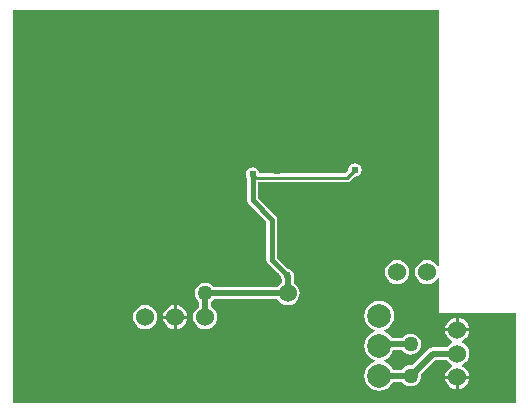
<source format=gbl>
G04 Layer_Physical_Order=2*
G04 Layer_Color=16711680*
%FSLAX25Y25*%
%MOIN*%
G70*
G01*
G75*
%ADD31C,0.01000*%
%ADD32C,0.01968*%
%ADD33C,0.01500*%
%ADD41C,0.06000*%
%ADD42C,0.07874*%
%ADD43C,0.05000*%
%ADD44C,0.02400*%
%ADD45C,0.02598*%
G36*
X9000Y7102D02*
X8500Y7003D01*
X8494Y7017D01*
X7853Y7853D01*
X7017Y8494D01*
X6044Y8897D01*
X5000Y9035D01*
X3956Y8897D01*
X2983Y8494D01*
X2147Y7853D01*
X1506Y7017D01*
X1103Y6044D01*
X965Y5000D01*
X1103Y3956D01*
X1506Y2983D01*
X2147Y2147D01*
X2983Y1506D01*
X3956Y1103D01*
X5000Y965D01*
X6044Y1103D01*
X7017Y1506D01*
X7853Y2147D01*
X8494Y2983D01*
X8500Y2997D01*
X9000Y2898D01*
Y-8500D01*
X34474Y-8500D01*
Y-38675D01*
X-133175D01*
Y92374D01*
X9000D01*
Y7102D01*
D02*
G37*
%LPC*%
G36*
X-89000Y-5965D02*
X-90044Y-6103D01*
X-91017Y-6506D01*
X-91853Y-7147D01*
X-92494Y-7983D01*
X-92897Y-8956D01*
X-93034Y-10000D01*
X-92897Y-11044D01*
X-92494Y-12017D01*
X-91853Y-12853D01*
X-91017Y-13494D01*
X-90044Y-13897D01*
X-89000Y-14035D01*
X-87956Y-13897D01*
X-86983Y-13494D01*
X-86147Y-12853D01*
X-85506Y-12017D01*
X-85103Y-11044D01*
X-84965Y-10000D01*
X-85103Y-8956D01*
X-85506Y-7983D01*
X-86147Y-7147D01*
X-86983Y-6506D01*
X-87956Y-6103D01*
X-89000Y-5965D01*
D02*
G37*
G36*
X-79500Y-10500D02*
X-82969D01*
X-82897Y-11044D01*
X-82494Y-12017D01*
X-81853Y-12853D01*
X-81017Y-13494D01*
X-80044Y-13897D01*
X-79500Y-13969D01*
Y-10500D01*
D02*
G37*
G36*
X-75031D02*
X-78500D01*
Y-13969D01*
X-77956Y-13897D01*
X-76983Y-13494D01*
X-76147Y-12853D01*
X-75506Y-12017D01*
X-75103Y-11044D01*
X-75031Y-10500D01*
D02*
G37*
G36*
X14500Y-30500D02*
X11031D01*
X11103Y-31044D01*
X11506Y-32017D01*
X12147Y-32853D01*
X12983Y-33494D01*
X13956Y-33897D01*
X14500Y-33969D01*
Y-30500D01*
D02*
G37*
G36*
X18969D02*
X15500D01*
Y-33969D01*
X16044Y-33897D01*
X17017Y-33494D01*
X17853Y-32853D01*
X18494Y-32017D01*
X18897Y-31044D01*
X18969Y-30500D01*
D02*
G37*
G36*
X-11000Y-4520D02*
X-12289Y-4690D01*
X-13490Y-5187D01*
X-14521Y-5979D01*
X-15313Y-7010D01*
X-15810Y-8211D01*
X-15980Y-9500D01*
X-15810Y-10789D01*
X-15313Y-11990D01*
X-14521Y-13021D01*
X-13490Y-13813D01*
X-12483Y-14229D01*
Y-14771D01*
X-13490Y-15188D01*
X-14521Y-15979D01*
X-15313Y-17010D01*
X-15810Y-18211D01*
X-15980Y-19500D01*
X-15810Y-20789D01*
X-15313Y-21990D01*
X-14521Y-23021D01*
X-13490Y-23812D01*
X-12483Y-24229D01*
Y-24771D01*
X-13490Y-25188D01*
X-14521Y-25979D01*
X-15313Y-27010D01*
X-15810Y-28211D01*
X-15980Y-29500D01*
X-15810Y-30789D01*
X-15313Y-31990D01*
X-14521Y-33021D01*
X-13490Y-33812D01*
X-12289Y-34310D01*
X-11000Y-34480D01*
X-9711Y-34310D01*
X-8510Y-33812D01*
X-7479Y-33021D01*
X-6688Y-31990D01*
X-6494Y-31523D01*
X-3359D01*
X-2996Y-31996D01*
X-2265Y-32557D01*
X-1414Y-32910D01*
X-500Y-33030D01*
X414Y-32910D01*
X1265Y-32557D01*
X1996Y-31996D01*
X2557Y-31265D01*
X2910Y-30414D01*
X3030Y-29500D01*
X2952Y-28909D01*
X7712Y-24149D01*
X11511D01*
X12147Y-24979D01*
X12983Y-25620D01*
X13399Y-25792D01*
Y-26334D01*
X12983Y-26506D01*
X12147Y-27147D01*
X11506Y-27983D01*
X11103Y-28956D01*
X11031Y-29500D01*
X15000D01*
X18969D01*
X18897Y-28956D01*
X18494Y-27983D01*
X17853Y-27147D01*
X17017Y-26506D01*
X16601Y-26334D01*
Y-25792D01*
X17017Y-25620D01*
X17853Y-24979D01*
X18494Y-24143D01*
X18897Y-23170D01*
X19035Y-22126D01*
X18897Y-21082D01*
X18494Y-20109D01*
X17853Y-19273D01*
X17017Y-18632D01*
X16601Y-18460D01*
Y-17918D01*
X17017Y-17746D01*
X17853Y-17105D01*
X18494Y-16269D01*
X18897Y-15296D01*
X18969Y-14752D01*
X11031D01*
X11103Y-15296D01*
X11506Y-16269D01*
X12147Y-17105D01*
X12983Y-17746D01*
X13399Y-17918D01*
Y-18460D01*
X12983Y-18632D01*
X12147Y-19273D01*
X11511Y-20103D01*
X6874D01*
X6100Y-20257D01*
X5443Y-20695D01*
X91Y-26048D01*
X-500Y-25970D01*
X-1414Y-26090D01*
X-2265Y-26443D01*
X-2996Y-27004D01*
X-3359Y-27477D01*
X-6494D01*
X-6688Y-27010D01*
X-7479Y-25979D01*
X-8510Y-25188D01*
X-9517Y-24771D01*
Y-24229D01*
X-8510Y-23812D01*
X-7479Y-23021D01*
X-6688Y-21990D01*
X-6287Y-21023D01*
X-3359D01*
X-2996Y-21496D01*
X-2265Y-22057D01*
X-1414Y-22410D01*
X-500Y-22530D01*
X414Y-22410D01*
X1265Y-22057D01*
X1996Y-21496D01*
X2557Y-20765D01*
X2910Y-19914D01*
X3030Y-19000D01*
X2910Y-18086D01*
X2557Y-17235D01*
X1996Y-16504D01*
X1265Y-15943D01*
X414Y-15590D01*
X-500Y-15470D01*
X-1414Y-15590D01*
X-2265Y-15943D01*
X-2996Y-16504D01*
X-3359Y-16977D01*
X-6713D01*
X-7479Y-15979D01*
X-8510Y-15188D01*
X-9517Y-14771D01*
Y-14229D01*
X-8510Y-13813D01*
X-7479Y-13021D01*
X-6688Y-11990D01*
X-6190Y-10789D01*
X-6020Y-9500D01*
X-6190Y-8211D01*
X-6688Y-7010D01*
X-7479Y-5979D01*
X-8510Y-5187D01*
X-9711Y-4690D01*
X-11000Y-4520D01*
D02*
G37*
G36*
X-78500Y-6031D02*
Y-9500D01*
X-75031D01*
X-75103Y-8956D01*
X-75506Y-7983D01*
X-76147Y-7147D01*
X-76983Y-6506D01*
X-77956Y-6103D01*
X-78500Y-6031D01*
D02*
G37*
G36*
X-5000Y9035D02*
X-6044Y8897D01*
X-7017Y8494D01*
X-7853Y7853D01*
X-8494Y7017D01*
X-8897Y6044D01*
X-9035Y5000D01*
X-8897Y3956D01*
X-8494Y2983D01*
X-7853Y2147D01*
X-7017Y1506D01*
X-6044Y1103D01*
X-5000Y965D01*
X-3956Y1103D01*
X-2983Y1506D01*
X-2147Y2147D01*
X-1506Y2983D01*
X-1103Y3956D01*
X-965Y5000D01*
X-1103Y6044D01*
X-1506Y7017D01*
X-2147Y7853D01*
X-2983Y8494D01*
X-3956Y8897D01*
X-5000Y9035D01*
D02*
G37*
G36*
X-19101Y41269D02*
X-19959Y41098D01*
X-20687Y40612D01*
X-21173Y39884D01*
X-21344Y39026D01*
X-21331Y38959D01*
X-22335Y37955D01*
X-50992D01*
X-51112Y38560D01*
X-51598Y39288D01*
X-52326Y39774D01*
X-53184Y39945D01*
X-54043Y39774D01*
X-54770Y39288D01*
X-55257Y38560D01*
X-55427Y37702D01*
X-55257Y36843D01*
X-54969Y36412D01*
Y28891D01*
X-54833Y28208D01*
X-54446Y27630D01*
X-48579Y21763D01*
Y9120D01*
X-48443Y8438D01*
X-48057Y7859D01*
X-43773Y3576D01*
X-43672Y3067D01*
X-43523Y2844D01*
Y1489D01*
X-44353Y853D01*
X-44989Y23D01*
X-66141D01*
X-66504Y496D01*
X-67235Y1057D01*
X-68086Y1410D01*
X-69000Y1530D01*
X-69914Y1410D01*
X-70765Y1057D01*
X-71496Y496D01*
X-72057Y-235D01*
X-72410Y-1086D01*
X-72530Y-2000D01*
X-72410Y-2914D01*
X-72057Y-3765D01*
X-71496Y-4496D01*
X-71023Y-4859D01*
Y-6510D01*
X-71853Y-7147D01*
X-72494Y-7983D01*
X-72897Y-8956D01*
X-73035Y-10000D01*
X-72897Y-11044D01*
X-72494Y-12017D01*
X-71853Y-12853D01*
X-71017Y-13494D01*
X-70044Y-13897D01*
X-69000Y-14035D01*
X-67956Y-13897D01*
X-66983Y-13494D01*
X-66147Y-12853D01*
X-65506Y-12017D01*
X-65103Y-11044D01*
X-64965Y-10000D01*
X-65103Y-8956D01*
X-65506Y-7983D01*
X-66147Y-7147D01*
X-66977Y-6510D01*
Y-4859D01*
X-66504Y-4496D01*
X-66141Y-4023D01*
X-44989D01*
X-44353Y-4853D01*
X-43517Y-5494D01*
X-42544Y-5897D01*
X-41500Y-6035D01*
X-40456Y-5897D01*
X-39483Y-5494D01*
X-38647Y-4853D01*
X-38006Y-4017D01*
X-37603Y-3044D01*
X-37466Y-2000D01*
X-37603Y-956D01*
X-38006Y17D01*
X-38647Y853D01*
X-39477Y1489D01*
Y3322D01*
X-39357Y3925D01*
X-39528Y4784D01*
X-40014Y5511D01*
X-40742Y5998D01*
X-41250Y6099D01*
X-45011Y9860D01*
Y22502D01*
X-45011Y22502D01*
X-45147Y23185D01*
X-45533Y23764D01*
X-45533Y23764D01*
X-51400Y29630D01*
Y34896D01*
X-21701D01*
X-21116Y35012D01*
X-20620Y35344D01*
X-19168Y36796D01*
X-19101Y36783D01*
X-18242Y36954D01*
X-17515Y37440D01*
X-17029Y38168D01*
X-16858Y39026D01*
X-17029Y39884D01*
X-17515Y40612D01*
X-18242Y41098D01*
X-19101Y41269D01*
D02*
G37*
G36*
X14500Y-10283D02*
X13956Y-10355D01*
X12983Y-10758D01*
X12147Y-11399D01*
X11506Y-12235D01*
X11103Y-13208D01*
X11031Y-13752D01*
X14500D01*
Y-10283D01*
D02*
G37*
G36*
X15500D02*
Y-13752D01*
X18969D01*
X18897Y-13208D01*
X18494Y-12235D01*
X17853Y-11399D01*
X17017Y-10758D01*
X16044Y-10355D01*
X15500Y-10283D01*
D02*
G37*
G36*
X-79500Y-6031D02*
X-80044Y-6103D01*
X-81017Y-6506D01*
X-81853Y-7147D01*
X-82494Y-7983D01*
X-82897Y-8956D01*
X-82969Y-9500D01*
X-79500D01*
Y-6031D01*
D02*
G37*
%LPD*%
D31*
X-53184Y37702D02*
X-51908Y36425D01*
X-21701D01*
X-19101Y39026D01*
D32*
X-69000Y-2209D02*
X-68791Y-2000D01*
X-41500D01*
X-69000Y-10000D02*
Y-2209D01*
X-41500Y-2000D02*
Y3825D01*
X-41600Y3925D02*
X-41500Y3825D01*
X-12600Y-29075D02*
X-12175Y-29500D01*
X-500D02*
X6874Y-22126D01*
X15000D01*
X-12600Y-19075D02*
X-12525Y-19000D01*
X-12175Y-29500D02*
X-11000D01*
X-500D01*
X-12525Y-19000D02*
X-500D01*
D33*
X-46795Y9120D02*
X-41600Y3925D01*
X-53184Y28891D02*
Y37702D01*
Y28891D02*
X-46795Y22502D01*
Y9120D02*
Y22502D01*
D41*
X-89000Y-10000D02*
D03*
X-79000D02*
D03*
X-69000D02*
D03*
X-41500Y-2000D02*
D03*
X5000Y5000D02*
D03*
X-5000D02*
D03*
X15000Y-14252D02*
D03*
Y-22126D02*
D03*
Y-30000D02*
D03*
D42*
X-11000Y-29500D02*
D03*
Y-19500D02*
D03*
Y-9500D02*
D03*
D43*
X-69000Y-2000D02*
D03*
X-500Y-29500D02*
D03*
Y-19000D02*
D03*
D44*
X-5000Y-5000D02*
D03*
X-15000Y5000D02*
D03*
X-25000D02*
D03*
X-85000Y2000D02*
D03*
X-62000Y2500D02*
D03*
X-52000Y5000D02*
D03*
X-63500Y48000D02*
D03*
X-61500Y59500D02*
D03*
X-12000Y58500D02*
D03*
X-70000Y30000D02*
D03*
Y50000D02*
D03*
X-95000Y-25000D02*
D03*
Y-15000D02*
D03*
X30000Y-30000D02*
D03*
X27500Y-19000D02*
D03*
X30000Y-10000D02*
D03*
X25000Y-35000D02*
D03*
X15000D02*
D03*
X7500Y-10000D02*
D03*
Y0D02*
D03*
Y10000D02*
D03*
X-130000Y-20000D02*
D03*
X-122500Y-7000D02*
D03*
X-130000Y10000D02*
D03*
Y20000D02*
D03*
Y30000D02*
D03*
Y70000D02*
D03*
Y80000D02*
D03*
X7500Y40000D02*
D03*
Y50000D02*
D03*
Y60000D02*
D03*
Y70000D02*
D03*
Y80000D02*
D03*
Y90000D02*
D03*
X-80000D02*
D03*
X-3000Y14000D02*
D03*
X5000Y-35000D02*
D03*
X-5000D02*
D03*
X-15000D02*
D03*
X-80000D02*
D03*
X7000Y30000D02*
D03*
X-25500Y-33500D02*
D03*
Y-8000D02*
D03*
X-60000Y-32500D02*
D03*
X-46000Y-13000D02*
D03*
X-55500Y-15000D02*
D03*
X-24500Y-1500D02*
D03*
X-90000Y-35000D02*
D03*
X-100000D02*
D03*
X-108000Y-23500D02*
D03*
X-124000D02*
D03*
X-114000Y6000D02*
D03*
X-130000Y90000D02*
D03*
X-5000Y65500D02*
D03*
X2000Y67000D02*
D03*
X-36100Y39526D02*
D03*
X-68500Y63000D02*
D03*
X-75000Y64000D02*
D03*
X-45300Y3825D02*
D03*
X-41600Y3925D02*
D03*
X-19101Y43295D02*
D03*
X600Y58126D02*
D03*
X-20900D02*
D03*
X-45200Y38746D02*
D03*
X-49000Y57825D02*
D03*
X-60100Y22425D02*
D03*
X-63800Y9425D02*
D03*
X-59600D02*
D03*
X7000Y14000D02*
D03*
X-6500Y13000D02*
D03*
X1300Y17951D02*
D03*
X-8200Y17925D02*
D03*
X1300Y24551D02*
D03*
X1200Y36126D02*
D03*
X-9101Y47326D02*
D03*
X600Y52426D02*
D03*
X-12900Y46526D02*
D03*
X-16500Y47000D02*
D03*
X-21700Y46526D02*
D03*
X-63800Y38125D02*
D03*
X-57500Y45000D02*
D03*
X-53184Y37702D02*
D03*
X-59400Y34725D02*
D03*
X-19101Y39026D02*
D03*
X-44000Y11414D02*
D03*
X-58400Y30725D02*
D03*
X-6300Y30025D02*
D03*
Y33325D02*
D03*
X-55000Y52125D02*
D03*
X-8484Y24602D02*
D03*
X-25900Y46526D02*
D03*
X-2900Y35946D02*
D03*
X-19000Y-21000D02*
D03*
X-29500D02*
D03*
X-103000Y17000D02*
D03*
X-100500Y6500D02*
D03*
X-47000Y-28000D02*
D03*
X-62500Y-28500D02*
D03*
X-78000Y-28000D02*
D03*
X-5000Y-24000D02*
D03*
X-50000Y14500D02*
D03*
X-54500Y-5000D02*
D03*
X-47500Y-19000D02*
D03*
X-42500Y61500D02*
D03*
X-14000Y52500D02*
D03*
X-5000Y51500D02*
D03*
X-78500Y9500D02*
D03*
X-71500D02*
D03*
X-99000Y-6000D02*
D03*
X-104000Y-14000D02*
D03*
X-19000Y-11000D02*
D03*
X-118000Y-22500D02*
D03*
X-123000Y-12500D02*
D03*
X-118000Y-2500D02*
D03*
X-123000Y27500D02*
D03*
X-118000Y37500D02*
D03*
Y57500D02*
D03*
X-123000Y67500D02*
D03*
Y87500D02*
D03*
X-113000Y-32500D02*
D03*
X-108000Y-2500D02*
D03*
X-113000Y27500D02*
D03*
Y67500D02*
D03*
Y87500D02*
D03*
X-103000Y-32500D02*
D03*
X-98000Y-22500D02*
D03*
X-103000Y27500D02*
D03*
X-98000Y37500D02*
D03*
X-103000Y47500D02*
D03*
X-98000Y57500D02*
D03*
X-103000Y67500D02*
D03*
Y87500D02*
D03*
X-93000Y-32500D02*
D03*
Y7500D02*
D03*
Y27500D02*
D03*
X-88000Y37500D02*
D03*
X-93000Y47500D02*
D03*
X-88000Y57500D02*
D03*
X-93000Y67500D02*
D03*
Y87500D02*
D03*
X-78000Y17500D02*
D03*
X-83000Y27500D02*
D03*
X-78000Y37500D02*
D03*
X-83000Y47500D02*
D03*
X-78000Y57500D02*
D03*
X-83000Y67500D02*
D03*
X-78000Y77500D02*
D03*
X-83000Y87500D02*
D03*
X-68000Y17500D02*
D03*
X-73000Y27500D02*
D03*
X-68000Y37500D02*
D03*
X-73000Y47500D02*
D03*
X-68000Y57500D02*
D03*
X-63000Y-32500D02*
D03*
Y-12500D02*
D03*
X-58000Y57500D02*
D03*
X-53000Y-12500D02*
D03*
Y47500D02*
D03*
X-38000Y-22500D02*
D03*
Y57500D02*
D03*
X-33000Y7500D02*
D03*
X-18000Y-2500D02*
D03*
X-23000Y7500D02*
D03*
X-18000Y57500D02*
D03*
X-8000Y-2500D02*
D03*
X-13000Y7500D02*
D03*
X-8000Y57500D02*
D03*
Y77500D02*
D03*
X-3000Y-12500D02*
D03*
X2000Y-2500D02*
D03*
X-3000Y27500D02*
D03*
X2000Y77500D02*
D03*
X7000Y-32500D02*
D03*
X22000Y-22500D02*
D03*
X27000Y-32500D02*
D03*
X32000Y-22500D02*
D03*
X27000Y-12500D02*
D03*
D45*
X-25113Y16139D02*
D03*
X-29838D02*
D03*
X-34562D02*
D03*
X-39287D02*
D03*
X-25113Y20863D02*
D03*
X-29838D02*
D03*
X-34562D02*
D03*
X-39287D02*
D03*
X-25113Y25588D02*
D03*
X-29838D02*
D03*
X-34562D02*
D03*
X-39287D02*
D03*
X-25113Y30312D02*
D03*
X-29838D02*
D03*
X-34562D02*
D03*
X-39287D02*
D03*
M02*

</source>
